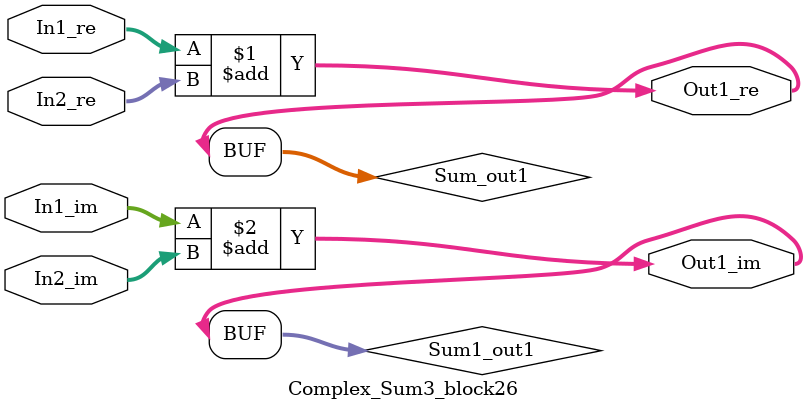
<source format=v>



`timescale 1 ns / 1 ns

module Complex_Sum3_block26
          (In1_re,
           In1_im,
           In2_re,
           In2_im,
           Out1_re,
           Out1_im);


  input   signed [36:0] In1_re;  // sfix37_En22
  input   signed [36:0] In1_im;  // sfix37_En22
  input   signed [36:0] In2_re;  // sfix37_En22
  input   signed [36:0] In2_im;  // sfix37_En22
  output  signed [36:0] Out1_re;  // sfix37_En22
  output  signed [36:0] Out1_im;  // sfix37_En22


  wire signed [36:0] Sum_out1;  // sfix37_En22
  wire signed [36:0] Sum1_out1;  // sfix37_En22


  assign Sum_out1 = In1_re + In2_re;



  assign Out1_re = Sum_out1;

  assign Sum1_out1 = In1_im + In2_im;



  assign Out1_im = Sum1_out1;

endmodule  // Complex_Sum3_block26


</source>
